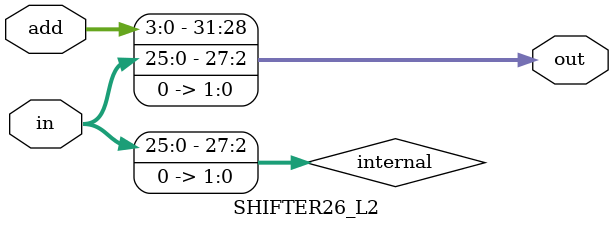
<source format=v>
module SHIFTER26_L2(in,add,out);
input [25:0] in;
input [3:0]add;
output [31:0]out;
wire[27:0] internal;
assign internal=(in<<2);
assign out={add,internal};
endmodule

</source>
